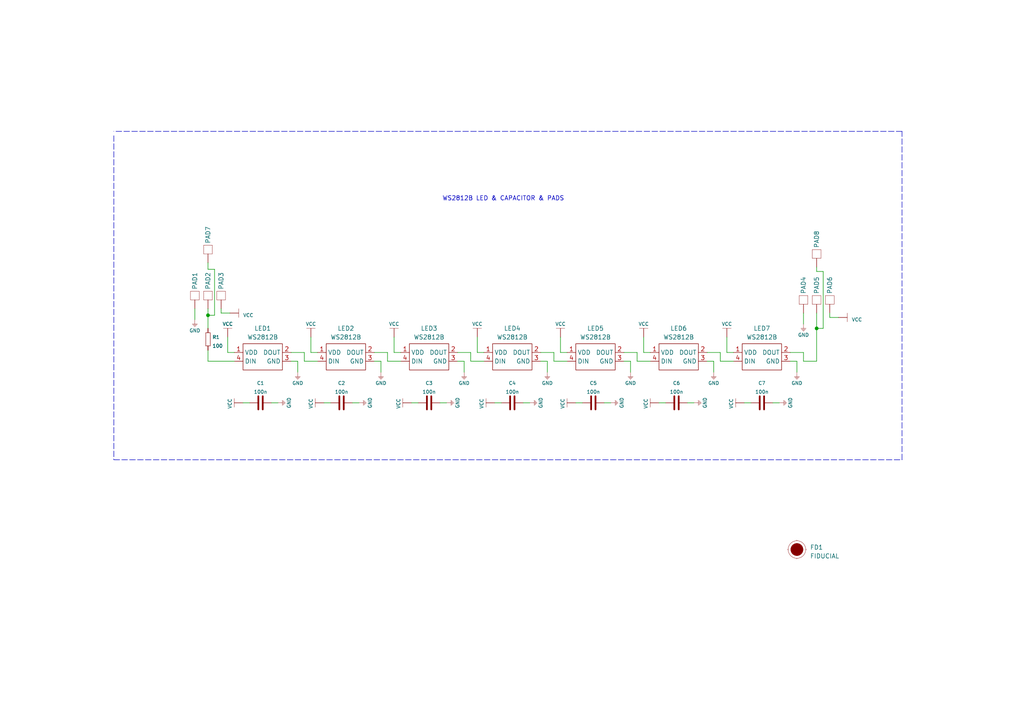
<source format=kicad_sch>
(kicad_sch (version 20210621) (generator eeschema)

  (uuid 25e546e1-a985-4f88-be34-40499372279d)

  (paper "A4")

  (title_block
    (title "WS2812B LED Ring7")
    (date "2021-07-26")
    (rev "v1.0.0.")
    (company "SOLDERED")
    (comment 1 "333055")
  )

  (lib_symbols
    (symbol "e-radionica.com schematics:0603C" (pin_numbers hide) (pin_names (offset 0.002)) (in_bom yes) (on_board yes)
      (property "Reference" "C" (id 0) (at -0.635 3.175 0)
        (effects (font (size 1 1)))
      )
      (property "Value" "0603C" (id 1) (at 0 -3.175 0)
        (effects (font (size 1 1)))
      )
      (property "Footprint" "e-radionica.com footprinti:0603C" (id 2) (at 0 0 0)
        (effects (font (size 1 1)) hide)
      )
      (property "Datasheet" "" (id 3) (at 0 0 0)
        (effects (font (size 1 1)) hide)
      )
      (symbol "0603C_0_1"
        (polyline
          (pts
            (xy -0.635 1.905)
            (xy -0.635 -1.905)
          )
          (stroke (width 0.5)) (fill (type none))
        )
        (polyline
          (pts
            (xy 0.635 1.905)
            (xy 0.635 -1.905)
          )
          (stroke (width 0.5)) (fill (type none))
        )
      )
      (symbol "0603C_1_1"
        (pin passive line (at -3.175 0 0) (length 2.54)
          (name "~" (effects (font (size 1.27 1.27))))
          (number "1" (effects (font (size 1.27 1.27))))
        )
        (pin passive line (at 3.175 0 180) (length 2.54)
          (name "~" (effects (font (size 1.27 1.27))))
          (number "2" (effects (font (size 1.27 1.27))))
        )
      )
    )
    (symbol "e-radionica.com schematics:0603R" (pin_numbers hide) (pin_names (offset 0.254)) (in_bom yes) (on_board yes)
      (property "Reference" "R" (id 0) (at -1.905 1.905 0)
        (effects (font (size 1 1)))
      )
      (property "Value" "0603R" (id 1) (at 0 -1.905 0)
        (effects (font (size 1 1)))
      )
      (property "Footprint" "e-radionica.com footprinti:0603R" (id 2) (at -0.635 1.905 0)
        (effects (font (size 1 1)) hide)
      )
      (property "Datasheet" "" (id 3) (at -0.635 1.905 0)
        (effects (font (size 1 1)) hide)
      )
      (symbol "0603R_0_1"
        (rectangle (start -1.905 -0.635) (end 1.905 -0.6604)
          (stroke (width 0.1)) (fill (type none))
        )
        (rectangle (start -1.905 0.635) (end -1.8796 -0.635)
          (stroke (width 0.1)) (fill (type none))
        )
        (rectangle (start -1.905 0.635) (end 1.905 0.6096)
          (stroke (width 0.1)) (fill (type none))
        )
        (rectangle (start 1.905 0.635) (end 1.9304 -0.635)
          (stroke (width 0.1)) (fill (type none))
        )
      )
      (symbol "0603R_1_1"
        (pin passive line (at -3.175 0 0) (length 1.27)
          (name "~" (effects (font (size 1.27 1.27))))
          (number "1" (effects (font (size 1.27 1.27))))
        )
        (pin passive line (at 3.175 0 180) (length 1.27)
          (name "~" (effects (font (size 1.27 1.27))))
          (number "2" (effects (font (size 1.27 1.27))))
        )
      )
    )
    (symbol "e-radionica.com schematics:FIDUCIAL" (in_bom no) (on_board yes)
      (property "Reference" "FD" (id 0) (at 0 3.81 0)
        (effects (font (size 1.27 1.27)))
      )
      (property "Value" "FIDUCIAL" (id 1) (at 0 -3.81 0)
        (effects (font (size 1.27 1.27)))
      )
      (property "Footprint" "e-radionica.com footprinti:FIDUCIAL_23" (id 2) (at 0.254 -5.334 0)
        (effects (font (size 1.27 1.27)) hide)
      )
      (property "Datasheet" "" (id 3) (at 0 0 0)
        (effects (font (size 1.27 1.27)) hide)
      )
      (symbol "FIDUCIAL_0_1"
        (circle (center 0 0) (radius 2.54) (stroke (width 0.0006)) (fill (type none)))
        (circle (center 0 0) (radius 1.7961) (stroke (width 0.001)) (fill (type outline)))
        (polyline
          (pts
            (xy -2.54 0)
            (xy -2.794 0)
          )
          (stroke (width 0.0006)) (fill (type none))
        )
        (polyline
          (pts
            (xy 0 -2.54)
            (xy 0 -2.794)
          )
          (stroke (width 0.0006)) (fill (type none))
        )
        (polyline
          (pts
            (xy 0 2.54)
            (xy 0 2.794)
          )
          (stroke (width 0.0006)) (fill (type none))
        )
        (polyline
          (pts
            (xy 2.54 0)
            (xy 2.794 0)
          )
          (stroke (width 0.0006)) (fill (type none))
        )
      )
    )
    (symbol "e-radionica.com schematics:GND" (power) (pin_names (offset 0)) (in_bom yes) (on_board yes)
      (property "Reference" "#PWR" (id 0) (at 4.445 0 0)
        (effects (font (size 1 1)) hide)
      )
      (property "Value" "GND" (id 1) (at 0 -2.921 0)
        (effects (font (size 1 1)))
      )
      (property "Footprint" "" (id 2) (at 4.445 3.81 0)
        (effects (font (size 1 1)) hide)
      )
      (property "Datasheet" "" (id 3) (at 4.445 3.81 0)
        (effects (font (size 1 1)) hide)
      )
      (property "ki_keywords" "power-flag" (id 4) (at 0 0 0)
        (effects (font (size 1.27 1.27)) hide)
      )
      (property "ki_description" "Power symbol creates a global label with name \"GND\"" (id 5) (at 0 0 0)
        (effects (font (size 1.27 1.27)) hide)
      )
      (symbol "GND_0_1"
        (polyline
          (pts
            (xy -0.762 -1.27)
            (xy 0.762 -1.27)
          )
          (stroke (width 0.0006)) (fill (type none))
        )
        (polyline
          (pts
            (xy -0.635 -1.524)
            (xy 0.635 -1.524)
          )
          (stroke (width 0.0006)) (fill (type none))
        )
        (polyline
          (pts
            (xy -0.381 -1.778)
            (xy 0.381 -1.778)
          )
          (stroke (width 0.0006)) (fill (type none))
        )
        (polyline
          (pts
            (xy -0.127 -2.032)
            (xy 0.127 -2.032)
          )
          (stroke (width 0.0006)) (fill (type none))
        )
        (polyline
          (pts
            (xy 0 0)
            (xy 0 -1.27)
          )
          (stroke (width 0.0006)) (fill (type none))
        )
      )
      (symbol "GND_1_1"
        (pin power_in line (at 0 0 270) (length 0) hide
          (name "GND" (effects (font (size 1.27 1.27))))
          (number "1" (effects (font (size 1.27 1.27))))
        )
      )
    )
    (symbol "e-radionica.com schematics:PAD_2x1.5" (pin_numbers hide) (pin_names hide) (in_bom yes) (on_board yes)
      (property "Reference" "PAD" (id 0) (at 0 2.54 0)
        (effects (font (size 1.27 1.27)))
      )
      (property "Value" "PAD_2x1.5" (id 1) (at 0 -2.54 0)
        (effects (font (size 1.27 1.27)))
      )
      (property "Footprint" "e-radionica.com footprinti:PAD_2x1.5" (id 2) (at -1.27 -3.81 0)
        (effects (font (size 1.27 1.27)) hide)
      )
      (property "Datasheet" "" (id 3) (at -1.27 0 0)
        (effects (font (size 1.27 1.27)) hide)
      )
      (symbol "PAD_2x1.5_0_1"
        (rectangle (start -1.27 1.27) (end 1.27 -1.27)
          (stroke (width 0.0006)) (fill (type none))
        )
      )
      (symbol "PAD_2x1.5_1_1"
        (pin passive line (at -3.81 0 0) (length 2.54)
          (name "~" (effects (font (size 1.27 1.27))))
          (number "1" (effects (font (size 1.27 1.27))))
        )
      )
    )
    (symbol "e-radionica.com schematics:VCC" (power) (pin_names (offset 0)) (in_bom yes) (on_board yes)
      (property "Reference" "#PWR" (id 0) (at 4.445 0 0)
        (effects (font (size 1 1)) hide)
      )
      (property "Value" "VCC" (id 1) (at 0 3.556 0)
        (effects (font (size 1 1)))
      )
      (property "Footprint" "" (id 2) (at 4.445 3.81 0)
        (effects (font (size 1 1)) hide)
      )
      (property "Datasheet" "" (id 3) (at 4.445 3.81 0)
        (effects (font (size 1 1)) hide)
      )
      (property "ki_keywords" "power-flag" (id 4) (at 0 0 0)
        (effects (font (size 1.27 1.27)) hide)
      )
      (property "ki_description" "Power symbol creates a global label with name \"VCC\"" (id 5) (at 0 0 0)
        (effects (font (size 1.27 1.27)) hide)
      )
      (symbol "VCC_0_1"
        (polyline
          (pts
            (xy -1.27 2.54)
            (xy 1.27 2.54)
          )
          (stroke (width 0.0006)) (fill (type none))
        )
        (polyline
          (pts
            (xy 0 0)
            (xy 0 2.54)
          )
          (stroke (width 0)) (fill (type none))
        )
      )
      (symbol "VCC_1_1"
        (pin power_in line (at 0 0 90) (length 0) hide
          (name "VCC" (effects (font (size 1.27 1.27))))
          (number "1" (effects (font (size 1.27 1.27))))
        )
      )
    )
    (symbol "e-radionica.com schematics:WS2812B" (in_bom yes) (on_board yes)
      (property "Reference" "LED?" (id 0) (at 2.54 5.08 0)
        (effects (font (size 1.27 1.27)))
      )
      (property "Value" "WS2812B" (id 1) (at 1.27 -5.08 0)
        (effects (font (size 1.27 1.27)))
      )
      (property "Footprint" "e-radionica.com footprinti:WS2812B LED" (id 2) (at 1.27 -8.89 0)
        (effects (font (size 1.27 1.27)) hide)
      )
      (property "Datasheet" "" (id 3) (at 1.27 -8.89 0)
        (effects (font (size 1.27 1.27)) hide)
      )
      (symbol "WS2812B_0_1"
        (polyline
          (pts
            (xy -5.08 3.81)
            (xy 6.35 3.81)
            (xy 6.35 -3.81)
            (xy -5.08 -3.81)
            (xy -5.08 3.81)
          )
          (stroke (width 0.1524)) (fill (type none))
        )
      )
      (symbol "WS2812B_1_1"
        (pin input line (at -7.62 1.27 0) (length 2.54)
          (name "VDD" (effects (font (size 1.27 1.27))))
          (number "1" (effects (font (size 1.27 1.27))))
        )
        (pin input line (at 8.89 1.27 180) (length 2.54)
          (name "DOUT" (effects (font (size 1.27 1.27))))
          (number "2" (effects (font (size 1.27 1.27))))
        )
        (pin input line (at 8.89 -1.27 180) (length 2.54)
          (name "GND" (effects (font (size 1.27 1.27))))
          (number "3" (effects (font (size 1.27 1.27))))
        )
        (pin input line (at -7.62 -1.27 0) (length 2.54)
          (name "DIN" (effects (font (size 1.27 1.27))))
          (number "4" (effects (font (size 1.27 1.27))))
        )
      )
    )
  )

  (junction (at 60.325 91.44) (diameter 0.9144) (color 0 0 0 0))
  (junction (at 236.855 95.25) (diameter 0.9144) (color 0 0 0 0))

  (wire (pts (xy 56.515 89.535) (xy 56.515 92.71))
    (stroke (width 0) (type solid) (color 0 0 0 0))
    (uuid c45bd5e8-6c78-43c2-9bbb-5cc57954d2da)
  )
  (wire (pts (xy 60.325 76.2) (xy 60.325 78.105))
    (stroke (width 0) (type solid) (color 0 0 0 0))
    (uuid bc02871c-be0f-4ef4-87c0-bdbe7a80f7fe)
  )
  (wire (pts (xy 60.325 78.105) (xy 62.23 78.105))
    (stroke (width 0) (type solid) (color 0 0 0 0))
    (uuid bc02871c-be0f-4ef4-87c0-bdbe7a80f7fe)
  )
  (wire (pts (xy 60.325 89.535) (xy 60.325 91.44))
    (stroke (width 0) (type solid) (color 0 0 0 0))
    (uuid b8495cad-c58c-4cc5-be96-10f62d3d7444)
  )
  (wire (pts (xy 60.325 91.44) (xy 60.325 95.25))
    (stroke (width 0) (type solid) (color 0 0 0 0))
    (uuid b8495cad-c58c-4cc5-be96-10f62d3d7444)
  )
  (wire (pts (xy 60.325 101.6) (xy 60.325 104.775))
    (stroke (width 0) (type solid) (color 0 0 0 0))
    (uuid dc5f1b5c-3464-4e80-8b26-e9bacc0fd347)
  )
  (wire (pts (xy 60.325 104.775) (xy 67.945 104.775))
    (stroke (width 0) (type solid) (color 0 0 0 0))
    (uuid dc5f1b5c-3464-4e80-8b26-e9bacc0fd347)
  )
  (wire (pts (xy 62.23 78.105) (xy 62.23 91.44))
    (stroke (width 0) (type solid) (color 0 0 0 0))
    (uuid bc02871c-be0f-4ef4-87c0-bdbe7a80f7fe)
  )
  (wire (pts (xy 62.23 91.44) (xy 60.325 91.44))
    (stroke (width 0) (type solid) (color 0 0 0 0))
    (uuid bc02871c-be0f-4ef4-87c0-bdbe7a80f7fe)
  )
  (wire (pts (xy 64.135 89.535) (xy 64.135 90.805))
    (stroke (width 0) (type solid) (color 0 0 0 0))
    (uuid 13d8c093-8317-4469-a5fd-6d2cdddbbc1b)
  )
  (wire (pts (xy 64.135 90.805) (xy 66.675 90.805))
    (stroke (width 0) (type solid) (color 0 0 0 0))
    (uuid 13d8c093-8317-4469-a5fd-6d2cdddbbc1b)
  )
  (wire (pts (xy 66.04 97.79) (xy 66.04 102.235))
    (stroke (width 0) (type solid) (color 0 0 0 0))
    (uuid e3675d4e-e7c9-4749-8966-4a7ae0d9c7f5)
  )
  (wire (pts (xy 67.945 102.235) (xy 66.04 102.235))
    (stroke (width 0) (type solid) (color 0 0 0 0))
    (uuid e3675d4e-e7c9-4749-8966-4a7ae0d9c7f5)
  )
  (wire (pts (xy 70.485 116.84) (xy 72.39 116.84))
    (stroke (width 0) (type solid) (color 0 0 0 0))
    (uuid 9288ce86-1f03-45ec-b81f-5f2a0da58038)
  )
  (wire (pts (xy 78.74 116.84) (xy 80.645 116.84))
    (stroke (width 0) (type solid) (color 0 0 0 0))
    (uuid 6e933b3f-d318-478f-832a-0c24555d003b)
  )
  (wire (pts (xy 84.455 102.235) (xy 88.265 102.235))
    (stroke (width 0) (type solid) (color 0 0 0 0))
    (uuid f4acc565-bd77-4023-b5e1-4cf117ecc7fc)
  )
  (wire (pts (xy 84.455 104.775) (xy 86.36 104.775))
    (stroke (width 0) (type solid) (color 0 0 0 0))
    (uuid bc5d0294-a18d-4c1c-bac4-ccc096dce471)
  )
  (wire (pts (xy 86.36 104.775) (xy 86.36 107.95))
    (stroke (width 0) (type solid) (color 0 0 0 0))
    (uuid bc5d0294-a18d-4c1c-bac4-ccc096dce471)
  )
  (wire (pts (xy 88.265 102.235) (xy 88.265 104.775))
    (stroke (width 0) (type solid) (color 0 0 0 0))
    (uuid f4acc565-bd77-4023-b5e1-4cf117ecc7fc)
  )
  (wire (pts (xy 88.265 104.775) (xy 92.075 104.775))
    (stroke (width 0) (type solid) (color 0 0 0 0))
    (uuid f4acc565-bd77-4023-b5e1-4cf117ecc7fc)
  )
  (wire (pts (xy 90.17 97.79) (xy 90.17 102.235))
    (stroke (width 0) (type solid) (color 0 0 0 0))
    (uuid 0d722258-962f-428b-9cf1-a05b2a04527f)
  )
  (wire (pts (xy 92.075 102.235) (xy 90.17 102.235))
    (stroke (width 0) (type solid) (color 0 0 0 0))
    (uuid 1f92231c-172f-47de-9b31-27b200fc9aa6)
  )
  (wire (pts (xy 93.98 116.84) (xy 95.885 116.84))
    (stroke (width 0) (type solid) (color 0 0 0 0))
    (uuid 998129b0-4562-4e07-b54f-592fe4054111)
  )
  (wire (pts (xy 102.235 116.84) (xy 104.14 116.84))
    (stroke (width 0) (type solid) (color 0 0 0 0))
    (uuid 9710960f-95fd-4876-b64f-671e27d86f87)
  )
  (wire (pts (xy 108.585 102.235) (xy 112.395 102.235))
    (stroke (width 0) (type solid) (color 0 0 0 0))
    (uuid f8f2ab57-d9fa-4daa-8128-9e8fd824cfc5)
  )
  (wire (pts (xy 108.585 104.775) (xy 110.49 104.775))
    (stroke (width 0) (type solid) (color 0 0 0 0))
    (uuid f18581f0-8483-49f5-9e57-15d53e1641cc)
  )
  (wire (pts (xy 110.49 104.775) (xy 110.49 107.95))
    (stroke (width 0) (type solid) (color 0 0 0 0))
    (uuid f835d3fb-6878-4461-a942-998b698c0fe6)
  )
  (wire (pts (xy 112.395 102.235) (xy 112.395 104.775))
    (stroke (width 0) (type solid) (color 0 0 0 0))
    (uuid 1eb847af-05df-4bea-b8ed-a160c42de6ad)
  )
  (wire (pts (xy 112.395 104.775) (xy 116.205 104.775))
    (stroke (width 0) (type solid) (color 0 0 0 0))
    (uuid 3cd6ba57-bfb7-4981-8b32-0ac3649a7dd4)
  )
  (wire (pts (xy 114.3 97.79) (xy 114.3 102.235))
    (stroke (width 0) (type solid) (color 0 0 0 0))
    (uuid a4c07f5c-0e9d-451b-903a-c665e34b24f2)
  )
  (wire (pts (xy 116.205 102.235) (xy 114.3 102.235))
    (stroke (width 0) (type solid) (color 0 0 0 0))
    (uuid 2fd88cee-cf12-4234-bf70-5ae090e33b3c)
  )
  (wire (pts (xy 119.38 116.84) (xy 121.285 116.84))
    (stroke (width 0) (type solid) (color 0 0 0 0))
    (uuid 48cd9fb8-e2f7-4d73-8b61-c49c76827bac)
  )
  (wire (pts (xy 127.635 116.84) (xy 129.54 116.84))
    (stroke (width 0) (type solid) (color 0 0 0 0))
    (uuid 8a2cd5ec-afb5-4dd0-bc31-85584485cb60)
  )
  (wire (pts (xy 132.715 102.235) (xy 136.525 102.235))
    (stroke (width 0) (type solid) (color 0 0 0 0))
    (uuid fe7d01c3-77a8-43ee-97e0-8832c814898e)
  )
  (wire (pts (xy 132.715 104.775) (xy 134.62 104.775))
    (stroke (width 0) (type solid) (color 0 0 0 0))
    (uuid 969388e5-6a2e-4daa-aa39-939ae4d88a12)
  )
  (wire (pts (xy 134.62 104.775) (xy 134.62 107.95))
    (stroke (width 0) (type solid) (color 0 0 0 0))
    (uuid 310e850c-3d43-467d-871f-77230e9a4c27)
  )
  (wire (pts (xy 136.525 102.235) (xy 136.525 104.775))
    (stroke (width 0) (type solid) (color 0 0 0 0))
    (uuid 2d9528c5-37e7-45d4-849e-886951e2770e)
  )
  (wire (pts (xy 136.525 104.775) (xy 140.335 104.775))
    (stroke (width 0) (type solid) (color 0 0 0 0))
    (uuid b12dab3d-1069-4c72-b052-39f87db0d675)
  )
  (wire (pts (xy 138.43 97.79) (xy 138.43 102.235))
    (stroke (width 0) (type solid) (color 0 0 0 0))
    (uuid 805ce536-38b3-465d-a6da-aee087b866ea)
  )
  (wire (pts (xy 140.335 102.235) (xy 138.43 102.235))
    (stroke (width 0) (type solid) (color 0 0 0 0))
    (uuid 3d0523c7-4eaf-41fc-96f1-9228d00ac879)
  )
  (wire (pts (xy 143.51 116.84) (xy 145.415 116.84))
    (stroke (width 0) (type solid) (color 0 0 0 0))
    (uuid 19a02ba9-a9f8-474d-bf72-87dbf6882c9a)
  )
  (wire (pts (xy 151.765 116.84) (xy 153.67 116.84))
    (stroke (width 0) (type solid) (color 0 0 0 0))
    (uuid a0a3ec31-ab23-4495-a0a9-20f5f0d4bd06)
  )
  (wire (pts (xy 156.845 102.235) (xy 160.655 102.235))
    (stroke (width 0) (type solid) (color 0 0 0 0))
    (uuid 0e5a41d0-0eba-41e2-97bc-f1f127792b46)
  )
  (wire (pts (xy 156.845 104.775) (xy 158.75 104.775))
    (stroke (width 0) (type solid) (color 0 0 0 0))
    (uuid 1a4b786b-502b-40bd-9c18-d10cac4eeba2)
  )
  (wire (pts (xy 158.75 104.775) (xy 158.75 107.95))
    (stroke (width 0) (type solid) (color 0 0 0 0))
    (uuid 6e12aa60-44da-4eb1-b16d-4a5cb97c2e07)
  )
  (wire (pts (xy 160.655 102.235) (xy 160.655 104.775))
    (stroke (width 0) (type solid) (color 0 0 0 0))
    (uuid 0a2c5e91-aee9-44e9-b447-3b35387d8ff6)
  )
  (wire (pts (xy 160.655 104.775) (xy 164.465 104.775))
    (stroke (width 0) (type solid) (color 0 0 0 0))
    (uuid d9ec3a20-c04b-4b46-94f5-e0bf33aa578a)
  )
  (wire (pts (xy 162.56 97.79) (xy 162.56 102.235))
    (stroke (width 0) (type solid) (color 0 0 0 0))
    (uuid 27f59910-b4f9-4e9f-a383-da8db02db81b)
  )
  (wire (pts (xy 164.465 102.235) (xy 162.56 102.235))
    (stroke (width 0) (type solid) (color 0 0 0 0))
    (uuid 44c20a3e-3262-41bf-bc1a-1f9e29388971)
  )
  (wire (pts (xy 167.005 116.84) (xy 168.91 116.84))
    (stroke (width 0) (type solid) (color 0 0 0 0))
    (uuid 20dba83e-7100-43d5-b1a7-fbec56bde5f1)
  )
  (wire (pts (xy 175.26 116.84) (xy 177.165 116.84))
    (stroke (width 0) (type solid) (color 0 0 0 0))
    (uuid 7ddcf036-8c5e-40c5-8abe-f8f7e903d207)
  )
  (wire (pts (xy 180.975 102.235) (xy 184.785 102.235))
    (stroke (width 0) (type solid) (color 0 0 0 0))
    (uuid 09db198b-fc2d-437a-aa90-a22c4443f79d)
  )
  (wire (pts (xy 180.975 104.775) (xy 182.88 104.775))
    (stroke (width 0) (type solid) (color 0 0 0 0))
    (uuid 4e9bdf3f-0903-4fa7-9e66-eb29ea61b50b)
  )
  (wire (pts (xy 182.88 104.775) (xy 182.88 107.95))
    (stroke (width 0) (type solid) (color 0 0 0 0))
    (uuid 3c94a8bc-05a9-49a4-a430-2b7976f519bb)
  )
  (wire (pts (xy 184.785 102.235) (xy 184.785 104.775))
    (stroke (width 0) (type solid) (color 0 0 0 0))
    (uuid 318a3970-1b25-4558-ba0e-02b91de83e5f)
  )
  (wire (pts (xy 184.785 104.775) (xy 188.595 104.775))
    (stroke (width 0) (type solid) (color 0 0 0 0))
    (uuid d988248d-d719-4a7e-9b7f-b94aa67f4ba0)
  )
  (wire (pts (xy 186.69 97.79) (xy 186.69 102.235))
    (stroke (width 0) (type solid) (color 0 0 0 0))
    (uuid 7b483bf7-c5b0-4d4b-bd5e-6068d62a5264)
  )
  (wire (pts (xy 188.595 102.235) (xy 186.69 102.235))
    (stroke (width 0) (type solid) (color 0 0 0 0))
    (uuid 1a113027-28f6-43fb-bde4-7a30c7f21f7d)
  )
  (wire (pts (xy 191.135 116.84) (xy 193.04 116.84))
    (stroke (width 0) (type solid) (color 0 0 0 0))
    (uuid 39a3b792-843d-4184-9c5c-f189d03aa10d)
  )
  (wire (pts (xy 199.39 116.84) (xy 201.295 116.84))
    (stroke (width 0) (type solid) (color 0 0 0 0))
    (uuid 4d7fb855-fed4-4040-9515-7b284f6de82f)
  )
  (wire (pts (xy 205.105 102.235) (xy 208.915 102.235))
    (stroke (width 0) (type solid) (color 0 0 0 0))
    (uuid ecb1b1ec-3823-4c9d-a45a-5a565495f8a7)
  )
  (wire (pts (xy 205.105 104.775) (xy 207.01 104.775))
    (stroke (width 0) (type solid) (color 0 0 0 0))
    (uuid 55db07c5-4573-4dd9-9e3b-9508eb739c10)
  )
  (wire (pts (xy 207.01 104.775) (xy 207.01 107.95))
    (stroke (width 0) (type solid) (color 0 0 0 0))
    (uuid dc10deff-a714-45dc-8d20-07eddc966478)
  )
  (wire (pts (xy 208.915 102.235) (xy 208.915 104.775))
    (stroke (width 0) (type solid) (color 0 0 0 0))
    (uuid 03f0db48-54ab-4e40-a40b-ef8ae62d44bb)
  )
  (wire (pts (xy 208.915 104.775) (xy 212.725 104.775))
    (stroke (width 0) (type solid) (color 0 0 0 0))
    (uuid b9793e78-bfaa-4c4a-bb0f-9f79bf46afd4)
  )
  (wire (pts (xy 210.82 97.79) (xy 210.82 102.235))
    (stroke (width 0) (type solid) (color 0 0 0 0))
    (uuid 2fd892ea-694f-460d-8c4e-67e0f6499958)
  )
  (wire (pts (xy 212.725 102.235) (xy 210.82 102.235))
    (stroke (width 0) (type solid) (color 0 0 0 0))
    (uuid fef8b41d-37d4-403b-929b-952a0e8337db)
  )
  (wire (pts (xy 215.9 116.84) (xy 217.805 116.84))
    (stroke (width 0) (type solid) (color 0 0 0 0))
    (uuid fea702e2-35a5-4e57-a557-98c9b653fff6)
  )
  (wire (pts (xy 224.155 116.84) (xy 226.06 116.84))
    (stroke (width 0) (type solid) (color 0 0 0 0))
    (uuid d2303127-9fe7-4110-a205-504347be0b53)
  )
  (wire (pts (xy 229.235 102.235) (xy 233.045 102.235))
    (stroke (width 0) (type solid) (color 0 0 0 0))
    (uuid 613865a0-51c6-455a-9919-b587303df36d)
  )
  (wire (pts (xy 229.235 104.775) (xy 231.14 104.775))
    (stroke (width 0) (type solid) (color 0 0 0 0))
    (uuid c822a6ab-9042-4068-a159-08b60ab88a2c)
  )
  (wire (pts (xy 231.14 104.775) (xy 231.14 107.95))
    (stroke (width 0) (type solid) (color 0 0 0 0))
    (uuid 28c32689-be4c-4ab9-becf-6716ccdb81ce)
  )
  (wire (pts (xy 233.045 90.805) (xy 233.045 93.98))
    (stroke (width 0) (type solid) (color 0 0 0 0))
    (uuid 36e9d64e-8d67-4e51-92b9-71a7df635a84)
  )
  (wire (pts (xy 233.045 102.235) (xy 233.045 104.775))
    (stroke (width 0) (type solid) (color 0 0 0 0))
    (uuid 2796ea78-c8a7-4b87-90bc-a3eb644ea3be)
  )
  (wire (pts (xy 233.045 104.775) (xy 236.855 104.775))
    (stroke (width 0) (type solid) (color 0 0 0 0))
    (uuid 8f9bef59-7b9d-4e93-ba43-a0e027a77b77)
  )
  (wire (pts (xy 236.855 77.47) (xy 236.855 78.74))
    (stroke (width 0) (type solid) (color 0 0 0 0))
    (uuid ed0b8833-eb6e-4d8f-9fcb-1a094972841b)
  )
  (wire (pts (xy 236.855 78.74) (xy 238.76 78.74))
    (stroke (width 0) (type solid) (color 0 0 0 0))
    (uuid ed0b8833-eb6e-4d8f-9fcb-1a094972841b)
  )
  (wire (pts (xy 236.855 90.805) (xy 236.855 95.25))
    (stroke (width 0) (type solid) (color 0 0 0 0))
    (uuid bd783540-876c-4ca7-b94c-df506bade6a7)
  )
  (wire (pts (xy 236.855 95.25) (xy 236.855 104.775))
    (stroke (width 0) (type solid) (color 0 0 0 0))
    (uuid bd783540-876c-4ca7-b94c-df506bade6a7)
  )
  (wire (pts (xy 238.76 78.74) (xy 238.76 95.25))
    (stroke (width 0) (type solid) (color 0 0 0 0))
    (uuid ed0b8833-eb6e-4d8f-9fcb-1a094972841b)
  )
  (wire (pts (xy 238.76 95.25) (xy 236.855 95.25))
    (stroke (width 0) (type solid) (color 0 0 0 0))
    (uuid ed0b8833-eb6e-4d8f-9fcb-1a094972841b)
  )
  (wire (pts (xy 240.665 90.805) (xy 240.665 92.075))
    (stroke (width 0) (type solid) (color 0 0 0 0))
    (uuid d71c8efd-94ff-4905-a3d4-9c7ed9ada62c)
  )
  (wire (pts (xy 240.665 92.075) (xy 243.205 92.075))
    (stroke (width 0) (type solid) (color 0 0 0 0))
    (uuid 9877792c-792e-4f1a-bc6f-cf5f32d9f502)
  )
  (polyline (pts (xy 33.02 39.37) (xy 33.02 133.35))
    (stroke (width 0) (type dash) (color 0 0 0 0))
    (uuid d90abf4d-8397-46d1-b392-217f55f874e3)
  )
  (polyline (pts (xy 33.02 133.35) (xy 261.62 133.35))
    (stroke (width 0) (type dash) (color 0 0 0 0))
    (uuid d90abf4d-8397-46d1-b392-217f55f874e3)
  )
  (polyline (pts (xy 261.62 38.1) (xy 33.02 38.1))
    (stroke (width 0) (type dash) (color 0 0 0 0))
    (uuid d90abf4d-8397-46d1-b392-217f55f874e3)
  )
  (polyline (pts (xy 261.62 133.35) (xy 261.62 38.1))
    (stroke (width 0) (type dash) (color 0 0 0 0))
    (uuid d90abf4d-8397-46d1-b392-217f55f874e3)
  )

  (text "WS2812B LED & CAPACITOR & PADS" (at 128.27 58.42 0)
    (effects (font (size 1.27 1.27)) (justify left bottom))
    (uuid d1251295-6582-4946-9ab7-5add18dae4dd)
  )

  (symbol (lib_id "e-radionica.com schematics:GND") (at 56.515 92.71 0) (mirror y) (unit 1)
    (in_bom yes) (on_board yes)
    (uuid 01623b28-763b-4024-90cd-b5c3c1ddd528)
    (property "Reference" "#PWR0144" (id 0) (at 52.07 92.71 0)
      (effects (font (size 1 1)) hide)
    )
    (property "Value" "GND" (id 1) (at 56.515 95.885 0)
      (effects (font (size 1 1)))
    )
    (property "Footprint" "" (id 2) (at 52.07 88.9 0)
      (effects (font (size 1 1)) hide)
    )
    (property "Datasheet" "" (id 3) (at 52.07 88.9 0)
      (effects (font (size 1 1)) hide)
    )
    (pin "1" (uuid 2ff94de9-feb8-4841-a301-6b3ce98eeba6))
  )

  (symbol (lib_id "e-radionica.com schematics:GND") (at 80.645 116.84 90) (unit 1)
    (in_bom yes) (on_board yes)
    (uuid 3a494e15-f3be-4b6a-ae78-19dab1cffa4e)
    (property "Reference" "#PWR0126" (id 0) (at 80.645 112.395 0)
      (effects (font (size 1 1)) hide)
    )
    (property "Value" "GND" (id 1) (at 83.82 116.84 0)
      (effects (font (size 1 1)))
    )
    (property "Footprint" "" (id 2) (at 76.835 112.395 0)
      (effects (font (size 1 1)) hide)
    )
    (property "Datasheet" "" (id 3) (at 76.835 112.395 0)
      (effects (font (size 1 1)) hide)
    )
    (pin "1" (uuid c5263a23-2bc4-4b34-ab52-e0cbbb953add))
  )

  (symbol (lib_id "e-radionica.com schematics:GND") (at 86.36 107.95 0) (unit 1)
    (in_bom yes) (on_board yes)
    (uuid 4553990a-b354-4e13-83fb-d51b701e07a5)
    (property "Reference" "#PWR0123" (id 0) (at 90.805 107.95 0)
      (effects (font (size 1 1)) hide)
    )
    (property "Value" "GND" (id 1) (at 86.36 111.125 0)
      (effects (font (size 1 1)))
    )
    (property "Footprint" "" (id 2) (at 90.805 104.14 0)
      (effects (font (size 1 1)) hide)
    )
    (property "Datasheet" "" (id 3) (at 90.805 104.14 0)
      (effects (font (size 1 1)) hide)
    )
    (pin "1" (uuid 8b1676ac-ce41-4897-8293-50f7aa08265c))
  )

  (symbol (lib_id "e-radionica.com schematics:GND") (at 104.14 116.84 90) (unit 1)
    (in_bom yes) (on_board yes)
    (uuid cb731821-b43f-4c8f-9007-76518dd032ca)
    (property "Reference" "#PWR0111" (id 0) (at 104.14 112.395 0)
      (effects (font (size 1 1)) hide)
    )
    (property "Value" "GND" (id 1) (at 107.315 116.84 0)
      (effects (font (size 1 1)))
    )
    (property "Footprint" "" (id 2) (at 100.33 112.395 0)
      (effects (font (size 1 1)) hide)
    )
    (property "Datasheet" "" (id 3) (at 100.33 112.395 0)
      (effects (font (size 1 1)) hide)
    )
    (pin "1" (uuid b95399f4-78d7-47d6-9970-11309aeb7ba2))
  )

  (symbol (lib_id "e-radionica.com schematics:GND") (at 110.49 107.95 0) (unit 1)
    (in_bom yes) (on_board yes)
    (uuid 6273c8c3-23e5-426e-8fad-d2d72f3e7bac)
    (property "Reference" "#PWR0113" (id 0) (at 114.935 107.95 0)
      (effects (font (size 1 1)) hide)
    )
    (property "Value" "GND" (id 1) (at 110.49 111.125 0)
      (effects (font (size 1 1)))
    )
    (property "Footprint" "" (id 2) (at 114.935 104.14 0)
      (effects (font (size 1 1)) hide)
    )
    (property "Datasheet" "" (id 3) (at 114.935 104.14 0)
      (effects (font (size 1 1)) hide)
    )
    (pin "1" (uuid 11cc09bf-3575-4c88-9255-f7bf8f0b3e3e))
  )

  (symbol (lib_id "e-radionica.com schematics:GND") (at 129.54 116.84 90) (unit 1)
    (in_bom yes) (on_board yes)
    (uuid 3fbcb652-fba5-489a-bdf5-0e166bb51aaf)
    (property "Reference" "#PWR0114" (id 0) (at 129.54 112.395 0)
      (effects (font (size 1 1)) hide)
    )
    (property "Value" "GND" (id 1) (at 132.715 116.84 0)
      (effects (font (size 1 1)))
    )
    (property "Footprint" "" (id 2) (at 125.73 112.395 0)
      (effects (font (size 1 1)) hide)
    )
    (property "Datasheet" "" (id 3) (at 125.73 112.395 0)
      (effects (font (size 1 1)) hide)
    )
    (pin "1" (uuid baf3d0c7-6063-44ad-a61c-05bfc11583b0))
  )

  (symbol (lib_id "e-radionica.com schematics:GND") (at 134.62 107.95 0) (unit 1)
    (in_bom yes) (on_board yes)
    (uuid f0b368f4-0479-461e-b005-c9e3a4d024e6)
    (property "Reference" "#PWR0108" (id 0) (at 139.065 107.95 0)
      (effects (font (size 1 1)) hide)
    )
    (property "Value" "GND" (id 1) (at 134.62 111.125 0)
      (effects (font (size 1 1)))
    )
    (property "Footprint" "" (id 2) (at 139.065 104.14 0)
      (effects (font (size 1 1)) hide)
    )
    (property "Datasheet" "" (id 3) (at 139.065 104.14 0)
      (effects (font (size 1 1)) hide)
    )
    (pin "1" (uuid 13090157-3edf-4e54-b8a1-092e8c4458a4))
  )

  (symbol (lib_id "e-radionica.com schematics:GND") (at 153.67 116.84 90) (unit 1)
    (in_bom yes) (on_board yes)
    (uuid f5e0d329-01d6-484e-af78-775fa5ebb109)
    (property "Reference" "#PWR0119" (id 0) (at 153.67 112.395 0)
      (effects (font (size 1 1)) hide)
    )
    (property "Value" "GND" (id 1) (at 156.845 116.84 0)
      (effects (font (size 1 1)))
    )
    (property "Footprint" "" (id 2) (at 149.86 112.395 0)
      (effects (font (size 1 1)) hide)
    )
    (property "Datasheet" "" (id 3) (at 149.86 112.395 0)
      (effects (font (size 1 1)) hide)
    )
    (pin "1" (uuid f29056f2-dad3-4773-84a5-092935fb2cbe))
  )

  (symbol (lib_id "e-radionica.com schematics:GND") (at 158.75 107.95 0) (unit 1)
    (in_bom yes) (on_board yes)
    (uuid 884f496f-3d42-4747-b405-67664eda3d1c)
    (property "Reference" "#PWR0116" (id 0) (at 163.195 107.95 0)
      (effects (font (size 1 1)) hide)
    )
    (property "Value" "GND" (id 1) (at 158.75 111.125 0)
      (effects (font (size 1 1)))
    )
    (property "Footprint" "" (id 2) (at 163.195 104.14 0)
      (effects (font (size 1 1)) hide)
    )
    (property "Datasheet" "" (id 3) (at 163.195 104.14 0)
      (effects (font (size 1 1)) hide)
    )
    (pin "1" (uuid 46a22989-a08d-48e5-ad01-2d29b5bc58c7))
  )

  (symbol (lib_id "e-radionica.com schematics:GND") (at 177.165 116.84 90) (unit 1)
    (in_bom yes) (on_board yes)
    (uuid 95c40583-0506-43bf-91dd-59d881d603e4)
    (property "Reference" "#PWR0131" (id 0) (at 177.165 112.395 0)
      (effects (font (size 1 1)) hide)
    )
    (property "Value" "GND" (id 1) (at 180.34 116.84 0)
      (effects (font (size 1 1)))
    )
    (property "Footprint" "" (id 2) (at 173.355 112.395 0)
      (effects (font (size 1 1)) hide)
    )
    (property "Datasheet" "" (id 3) (at 173.355 112.395 0)
      (effects (font (size 1 1)) hide)
    )
    (pin "1" (uuid 7853cad7-a8ab-4dfd-8a3c-2d36990d5478))
  )

  (symbol (lib_id "e-radionica.com schematics:GND") (at 182.88 107.95 0) (unit 1)
    (in_bom yes) (on_board yes)
    (uuid 9d2d6418-216b-4929-99b7-de188ff22772)
    (property "Reference" "#PWR0130" (id 0) (at 187.325 107.95 0)
      (effects (font (size 1 1)) hide)
    )
    (property "Value" "GND" (id 1) (at 182.88 111.125 0)
      (effects (font (size 1 1)))
    )
    (property "Footprint" "" (id 2) (at 187.325 104.14 0)
      (effects (font (size 1 1)) hide)
    )
    (property "Datasheet" "" (id 3) (at 187.325 104.14 0)
      (effects (font (size 1 1)) hide)
    )
    (pin "1" (uuid 78f206a0-8897-492d-b4f6-c91b1ca64c6e))
  )

  (symbol (lib_id "e-radionica.com schematics:GND") (at 201.295 116.84 90) (unit 1)
    (in_bom yes) (on_board yes)
    (uuid f82e9ef6-1f10-42a2-8074-b93d5a97b58f)
    (property "Reference" "#PWR0128" (id 0) (at 201.295 112.395 0)
      (effects (font (size 1 1)) hide)
    )
    (property "Value" "GND" (id 1) (at 204.47 116.84 0)
      (effects (font (size 1 1)))
    )
    (property "Footprint" "" (id 2) (at 197.485 112.395 0)
      (effects (font (size 1 1)) hide)
    )
    (property "Datasheet" "" (id 3) (at 197.485 112.395 0)
      (effects (font (size 1 1)) hide)
    )
    (pin "1" (uuid c7463458-da2d-4d56-b220-a2c95b86ebcd))
  )

  (symbol (lib_id "e-radionica.com schematics:GND") (at 207.01 107.95 0) (unit 1)
    (in_bom yes) (on_board yes)
    (uuid b2523386-ac0a-4b7f-bafc-5772c9f3ee1e)
    (property "Reference" "#PWR0127" (id 0) (at 211.455 107.95 0)
      (effects (font (size 1 1)) hide)
    )
    (property "Value" "GND" (id 1) (at 207.01 111.125 0)
      (effects (font (size 1 1)))
    )
    (property "Footprint" "" (id 2) (at 211.455 104.14 0)
      (effects (font (size 1 1)) hide)
    )
    (property "Datasheet" "" (id 3) (at 211.455 104.14 0)
      (effects (font (size 1 1)) hide)
    )
    (pin "1" (uuid e3e7cdae-0ed4-4e8d-b056-ae60b74bc0b6))
  )

  (symbol (lib_id "e-radionica.com schematics:GND") (at 226.06 116.84 90) (unit 1)
    (in_bom yes) (on_board yes)
    (uuid 97109d4c-a196-4b57-84f9-4c90eb473a82)
    (property "Reference" "#PWR0136" (id 0) (at 226.06 112.395 0)
      (effects (font (size 1 1)) hide)
    )
    (property "Value" "GND" (id 1) (at 229.235 116.84 0)
      (effects (font (size 1 1)))
    )
    (property "Footprint" "" (id 2) (at 222.25 112.395 0)
      (effects (font (size 1 1)) hide)
    )
    (property "Datasheet" "" (id 3) (at 222.25 112.395 0)
      (effects (font (size 1 1)) hide)
    )
    (pin "1" (uuid c42fce23-6ef8-48d5-a43f-911a6eedd898))
  )

  (symbol (lib_id "e-radionica.com schematics:GND") (at 231.14 107.95 0) (unit 1)
    (in_bom yes) (on_board yes)
    (uuid d718ff60-0589-4a01-b967-14a98546777a)
    (property "Reference" "#PWR0134" (id 0) (at 235.585 107.95 0)
      (effects (font (size 1 1)) hide)
    )
    (property "Value" "GND" (id 1) (at 231.14 111.125 0)
      (effects (font (size 1 1)))
    )
    (property "Footprint" "" (id 2) (at 235.585 104.14 0)
      (effects (font (size 1 1)) hide)
    )
    (property "Datasheet" "" (id 3) (at 235.585 104.14 0)
      (effects (font (size 1 1)) hide)
    )
    (pin "1" (uuid 9e1f4fdb-b386-429c-adbd-eecd07cd6432))
  )

  (symbol (lib_id "e-radionica.com schematics:GND") (at 233.045 93.98 0) (mirror y) (unit 1)
    (in_bom yes) (on_board yes)
    (uuid 4935e9d6-ddfe-4639-a37b-dac849671977)
    (property "Reference" "#PWR0141" (id 0) (at 228.6 93.98 0)
      (effects (font (size 1 1)) hide)
    )
    (property "Value" "GND" (id 1) (at 233.045 97.155 0)
      (effects (font (size 1 1)))
    )
    (property "Footprint" "" (id 2) (at 228.6 90.17 0)
      (effects (font (size 1 1)) hide)
    )
    (property "Datasheet" "" (id 3) (at 228.6 90.17 0)
      (effects (font (size 1 1)) hide)
    )
    (pin "1" (uuid 7859a36c-1a15-439f-af44-cce8283e5740))
  )

  (symbol (lib_id "e-radionica.com schematics:VCC") (at 66.04 97.79 0) (unit 1)
    (in_bom yes) (on_board yes) (fields_autoplaced)
    (uuid 93948d6c-2dc2-422b-b627-afa72ea4eb5f)
    (property "Reference" "#PWR0122" (id 0) (at 70.485 97.79 0)
      (effects (font (size 1 1)) hide)
    )
    (property "Value" "VCC" (id 1) (at 66.04 93.98 0)
      (effects (font (size 1 1)))
    )
    (property "Footprint" "" (id 2) (at 70.485 93.98 0)
      (effects (font (size 1 1)) hide)
    )
    (property "Datasheet" "" (id 3) (at 70.485 93.98 0)
      (effects (font (size 1 1)) hide)
    )
    (pin "1" (uuid 7c7aa7e7-dcb0-4066-9bb0-1b95f1c7da55))
  )

  (symbol (lib_id "e-radionica.com schematics:VCC") (at 66.675 90.805 270) (unit 1)
    (in_bom yes) (on_board yes) (fields_autoplaced)
    (uuid 85e0735e-a0d0-4122-b083-8429bd03aae8)
    (property "Reference" "#PWR0143" (id 0) (at 66.675 95.25 0)
      (effects (font (size 1 1)) hide)
    )
    (property "Value" "VCC" (id 1) (at 70.485 91.44 90)
      (effects (font (size 1 1)) (justify left))
    )
    (property "Footprint" "" (id 2) (at 70.485 95.25 0)
      (effects (font (size 1 1)) hide)
    )
    (property "Datasheet" "" (id 3) (at 70.485 95.25 0)
      (effects (font (size 1 1)) hide)
    )
    (pin "1" (uuid 94e8158e-467c-4d34-8d76-beabef9689cd))
  )

  (symbol (lib_id "e-radionica.com schematics:VCC") (at 70.485 116.84 90) (unit 1)
    (in_bom yes) (on_board yes)
    (uuid 6fab0891-b999-4176-b8f6-36c0647fd547)
    (property "Reference" "#PWR0125" (id 0) (at 70.485 112.395 0)
      (effects (font (size 1 1)) hide)
    )
    (property "Value" "VCC" (id 1) (at 66.675 115.57 0)
      (effects (font (size 1 1)) (justify right))
    )
    (property "Footprint" "" (id 2) (at 66.675 112.395 0)
      (effects (font (size 1 1)) hide)
    )
    (property "Datasheet" "" (id 3) (at 66.675 112.395 0)
      (effects (font (size 1 1)) hide)
    )
    (pin "1" (uuid 40afe42a-96b1-4a2f-9d4f-a510eb593310))
  )

  (symbol (lib_id "e-radionica.com schematics:VCC") (at 90.17 97.79 0) (unit 1)
    (in_bom yes) (on_board yes) (fields_autoplaced)
    (uuid 78427152-8089-4fcb-99e8-5829168740f2)
    (property "Reference" "#PWR0110" (id 0) (at 94.615 97.79 0)
      (effects (font (size 1 1)) hide)
    )
    (property "Value" "VCC" (id 1) (at 90.17 93.98 0)
      (effects (font (size 1 1)))
    )
    (property "Footprint" "" (id 2) (at 94.615 93.98 0)
      (effects (font (size 1 1)) hide)
    )
    (property "Datasheet" "" (id 3) (at 94.615 93.98 0)
      (effects (font (size 1 1)) hide)
    )
    (pin "1" (uuid e7bb4898-a150-4da7-8624-d63e1b6bafbf))
  )

  (symbol (lib_id "e-radionica.com schematics:VCC") (at 93.98 116.84 90) (unit 1)
    (in_bom yes) (on_board yes)
    (uuid b9ba10a1-2430-4a8d-ab07-389e1c7464d2)
    (property "Reference" "#PWR0124" (id 0) (at 93.98 112.395 0)
      (effects (font (size 1 1)) hide)
    )
    (property "Value" "VCC" (id 1) (at 90.17 115.57 0)
      (effects (font (size 1 1)) (justify right))
    )
    (property "Footprint" "" (id 2) (at 90.17 112.395 0)
      (effects (font (size 1 1)) hide)
    )
    (property "Datasheet" "" (id 3) (at 90.17 112.395 0)
      (effects (font (size 1 1)) hide)
    )
    (pin "1" (uuid d2d5e63f-30a5-4b17-af40-5e512b606fd7))
  )

  (symbol (lib_id "e-radionica.com schematics:VCC") (at 114.3 97.79 0) (unit 1)
    (in_bom yes) (on_board yes) (fields_autoplaced)
    (uuid 220b412c-02b0-40cf-ac41-36ac41c3c59c)
    (property "Reference" "#PWR0109" (id 0) (at 118.745 97.79 0)
      (effects (font (size 1 1)) hide)
    )
    (property "Value" "VCC" (id 1) (at 114.3 93.98 0)
      (effects (font (size 1 1)))
    )
    (property "Footprint" "" (id 2) (at 118.745 93.98 0)
      (effects (font (size 1 1)) hide)
    )
    (property "Datasheet" "" (id 3) (at 118.745 93.98 0)
      (effects (font (size 1 1)) hide)
    )
    (pin "1" (uuid 5d3ca148-c754-44f9-af58-8434267c8b4d))
  )

  (symbol (lib_id "e-radionica.com schematics:VCC") (at 119.38 116.84 90) (unit 1)
    (in_bom yes) (on_board yes)
    (uuid 24dae30b-a483-41d4-b071-3031cf40e73c)
    (property "Reference" "#PWR0112" (id 0) (at 119.38 112.395 0)
      (effects (font (size 1 1)) hide)
    )
    (property "Value" "VCC" (id 1) (at 115.57 115.57 0)
      (effects (font (size 1 1)) (justify right))
    )
    (property "Footprint" "" (id 2) (at 115.57 112.395 0)
      (effects (font (size 1 1)) hide)
    )
    (property "Datasheet" "" (id 3) (at 115.57 112.395 0)
      (effects (font (size 1 1)) hide)
    )
    (pin "1" (uuid cac59eaf-d072-452b-906b-5e7d6fce8973))
  )

  (symbol (lib_id "e-radionica.com schematics:VCC") (at 138.43 97.79 0) (unit 1)
    (in_bom yes) (on_board yes) (fields_autoplaced)
    (uuid 292d29b2-498e-4307-b5e9-7fa9d15db2a8)
    (property "Reference" "#PWR0118" (id 0) (at 142.875 97.79 0)
      (effects (font (size 1 1)) hide)
    )
    (property "Value" "VCC" (id 1) (at 138.43 93.98 0)
      (effects (font (size 1 1)))
    )
    (property "Footprint" "" (id 2) (at 142.875 93.98 0)
      (effects (font (size 1 1)) hide)
    )
    (property "Datasheet" "" (id 3) (at 142.875 93.98 0)
      (effects (font (size 1 1)) hide)
    )
    (pin "1" (uuid e0c610a3-6472-4a98-b430-c4fb6808e8c1))
  )

  (symbol (lib_id "e-radionica.com schematics:VCC") (at 143.51 116.84 90) (unit 1)
    (in_bom yes) (on_board yes)
    (uuid b0f648bc-e100-4fdf-83e5-c275297a2359)
    (property "Reference" "#PWR0115" (id 0) (at 143.51 112.395 0)
      (effects (font (size 1 1)) hide)
    )
    (property "Value" "VCC" (id 1) (at 139.7 115.57 0)
      (effects (font (size 1 1)) (justify right))
    )
    (property "Footprint" "" (id 2) (at 139.7 112.395 0)
      (effects (font (size 1 1)) hide)
    )
    (property "Datasheet" "" (id 3) (at 139.7 112.395 0)
      (effects (font (size 1 1)) hide)
    )
    (pin "1" (uuid 7fd5083f-a30a-494f-9af0-455e31b8e449))
  )

  (symbol (lib_id "e-radionica.com schematics:VCC") (at 162.56 97.79 0) (unit 1)
    (in_bom yes) (on_board yes) (fields_autoplaced)
    (uuid 1bf4edd8-b1ad-4a4c-afb4-99c61e838c7b)
    (property "Reference" "#PWR0117" (id 0) (at 167.005 97.79 0)
      (effects (font (size 1 1)) hide)
    )
    (property "Value" "VCC" (id 1) (at 162.56 93.98 0)
      (effects (font (size 1 1)))
    )
    (property "Footprint" "" (id 2) (at 167.005 93.98 0)
      (effects (font (size 1 1)) hide)
    )
    (property "Datasheet" "" (id 3) (at 167.005 93.98 0)
      (effects (font (size 1 1)) hide)
    )
    (pin "1" (uuid 98dc4c8d-8438-4e13-a5d7-09b419fddc24))
  )

  (symbol (lib_id "e-radionica.com schematics:VCC") (at 167.005 116.84 90) (unit 1)
    (in_bom yes) (on_board yes)
    (uuid 3ccc8b51-7afa-48d4-a77c-3112b4032d93)
    (property "Reference" "#PWR0120" (id 0) (at 167.005 112.395 0)
      (effects (font (size 1 1)) hide)
    )
    (property "Value" "VCC" (id 1) (at 163.195 115.57 0)
      (effects (font (size 1 1)) (justify right))
    )
    (property "Footprint" "" (id 2) (at 163.195 112.395 0)
      (effects (font (size 1 1)) hide)
    )
    (property "Datasheet" "" (id 3) (at 163.195 112.395 0)
      (effects (font (size 1 1)) hide)
    )
    (pin "1" (uuid 152ec106-86cc-4dfd-880d-380e94700476))
  )

  (symbol (lib_id "e-radionica.com schematics:VCC") (at 186.69 97.79 0) (unit 1)
    (in_bom yes) (on_board yes) (fields_autoplaced)
    (uuid 839166a5-e6ff-43dc-a9c8-b04bf5265839)
    (property "Reference" "#PWR0129" (id 0) (at 191.135 97.79 0)
      (effects (font (size 1 1)) hide)
    )
    (property "Value" "VCC" (id 1) (at 186.69 93.98 0)
      (effects (font (size 1 1)))
    )
    (property "Footprint" "" (id 2) (at 191.135 93.98 0)
      (effects (font (size 1 1)) hide)
    )
    (property "Datasheet" "" (id 3) (at 191.135 93.98 0)
      (effects (font (size 1 1)) hide)
    )
    (pin "1" (uuid 85490d78-20ab-4ba8-a536-14fd90f7e304))
  )

  (symbol (lib_id "e-radionica.com schematics:VCC") (at 191.135 116.84 90) (unit 1)
    (in_bom yes) (on_board yes)
    (uuid 9fe82f4d-d10c-463d-b246-78a75bfbf71c)
    (property "Reference" "#PWR0121" (id 0) (at 191.135 112.395 0)
      (effects (font (size 1 1)) hide)
    )
    (property "Value" "VCC" (id 1) (at 187.325 115.57 0)
      (effects (font (size 1 1)) (justify right))
    )
    (property "Footprint" "" (id 2) (at 187.325 112.395 0)
      (effects (font (size 1 1)) hide)
    )
    (property "Datasheet" "" (id 3) (at 187.325 112.395 0)
      (effects (font (size 1 1)) hide)
    )
    (pin "1" (uuid 0df503ce-c99f-4840-8be2-d0f44705c7f1))
  )

  (symbol (lib_id "e-radionica.com schematics:VCC") (at 210.82 97.79 0) (unit 1)
    (in_bom yes) (on_board yes) (fields_autoplaced)
    (uuid fd070519-197f-4130-98c0-b0909f658ff0)
    (property "Reference" "#PWR0135" (id 0) (at 215.265 97.79 0)
      (effects (font (size 1 1)) hide)
    )
    (property "Value" "VCC" (id 1) (at 210.82 93.98 0)
      (effects (font (size 1 1)))
    )
    (property "Footprint" "" (id 2) (at 215.265 93.98 0)
      (effects (font (size 1 1)) hide)
    )
    (property "Datasheet" "" (id 3) (at 215.265 93.98 0)
      (effects (font (size 1 1)) hide)
    )
    (pin "1" (uuid 05991b07-ee38-4fae-bfcd-ba66b7f3feb5))
  )

  (symbol (lib_id "e-radionica.com schematics:VCC") (at 215.9 116.84 90) (unit 1)
    (in_bom yes) (on_board yes)
    (uuid 1127ab0d-9f07-4367-b230-ba7bef114fd8)
    (property "Reference" "#PWR0132" (id 0) (at 215.9 112.395 0)
      (effects (font (size 1 1)) hide)
    )
    (property "Value" "VCC" (id 1) (at 212.09 115.57 0)
      (effects (font (size 1 1)) (justify right))
    )
    (property "Footprint" "" (id 2) (at 212.09 112.395 0)
      (effects (font (size 1 1)) hide)
    )
    (property "Datasheet" "" (id 3) (at 212.09 112.395 0)
      (effects (font (size 1 1)) hide)
    )
    (pin "1" (uuid 47b31176-93b3-4085-8120-d1dc69dbb265))
  )

  (symbol (lib_id "e-radionica.com schematics:VCC") (at 243.205 92.075 270) (unit 1)
    (in_bom yes) (on_board yes) (fields_autoplaced)
    (uuid c8b231b6-3630-4e78-9e7e-1778c2c55d95)
    (property "Reference" "#PWR0142" (id 0) (at 243.205 96.52 0)
      (effects (font (size 1 1)) hide)
    )
    (property "Value" "VCC" (id 1) (at 247.015 92.71 90)
      (effects (font (size 1 1)) (justify left))
    )
    (property "Footprint" "" (id 2) (at 247.015 96.52 0)
      (effects (font (size 1 1)) hide)
    )
    (property "Datasheet" "" (id 3) (at 247.015 96.52 0)
      (effects (font (size 1 1)) hide)
    )
    (pin "1" (uuid 5a90d1a3-69ce-4490-a74f-f4e4560c44bb))
  )

  (symbol (lib_id "e-radionica.com schematics:0603R") (at 60.325 98.425 90) (unit 1)
    (in_bom yes) (on_board yes)
    (uuid 7fe2641d-1f63-4c4d-8c7e-4d440902f016)
    (property "Reference" "R1" (id 0) (at 61.595 97.79 90)
      (effects (font (size 1 1)) (justify right))
    )
    (property "Value" "100" (id 1) (at 61.595 100.33 90)
      (effects (font (size 1 1)) (justify right))
    )
    (property "Footprint" "e-radionica.com footprinti:0603R" (id 2) (at 58.42 99.06 0)
      (effects (font (size 1 1)) hide)
    )
    (property "Datasheet" "" (id 3) (at 58.42 99.06 0)
      (effects (font (size 1 1)) hide)
    )
    (pin "1" (uuid 69fe4185-eb9c-4c22-867a-c0bae10209cb))
    (pin "2" (uuid 0ae9d60c-49a3-445b-a474-f0bacb46d277))
  )

  (symbol (lib_id "e-radionica.com schematics:PAD_2x1.5") (at 56.515 85.725 90) (unit 1)
    (in_bom yes) (on_board yes)
    (uuid 4f10d492-345c-4ce3-a448-af6e7d74b05c)
    (property "Reference" "PAD1" (id 0) (at 56.515 78.9302 0)
      (effects (font (size 1.27 1.27)) (justify right))
    )
    (property "Value" "PAD_2x1.5" (id 1) (at 59.055 89.0902 90)
      (effects (font (size 1.27 1.27)) (justify right) hide)
    )
    (property "Footprint" "e-radionica.com footprinti:PAD_2x1.5" (id 2) (at 60.325 86.995 0)
      (effects (font (size 1.27 1.27)) hide)
    )
    (property "Datasheet" "" (id 3) (at 56.515 86.995 0)
      (effects (font (size 1.27 1.27)) hide)
    )
    (pin "1" (uuid 4928f544-0d99-4f11-97ec-534e813bdec8))
  )

  (symbol (lib_id "e-radionica.com schematics:PAD_2x1.5") (at 60.325 72.39 90) (unit 1)
    (in_bom yes) (on_board yes)
    (uuid fc9a97d0-2ebe-454c-b4b4-a7af76c7ae08)
    (property "Reference" "PAD7" (id 0) (at 60.325 65.5952 0)
      (effects (font (size 1.27 1.27)) (justify right))
    )
    (property "Value" "PAD_2x1.5" (id 1) (at 62.865 75.7552 90)
      (effects (font (size 1.27 1.27)) (justify right) hide)
    )
    (property "Footprint" "e-radionica.com footprinti:PAD_2x1.5" (id 2) (at 64.135 73.66 0)
      (effects (font (size 1.27 1.27)) hide)
    )
    (property "Datasheet" "" (id 3) (at 60.325 73.66 0)
      (effects (font (size 1.27 1.27)) hide)
    )
    (pin "1" (uuid deca9c88-15eb-44e9-b9db-677627c744d3))
  )

  (symbol (lib_id "e-radionica.com schematics:PAD_2x1.5") (at 60.325 85.725 90) (unit 1)
    (in_bom yes) (on_board yes)
    (uuid 4669c19d-82d3-43e0-b652-e4b1cfaf950b)
    (property "Reference" "PAD2" (id 0) (at 60.325 78.9302 0)
      (effects (font (size 1.27 1.27)) (justify right))
    )
    (property "Value" "PAD_2x1.5" (id 1) (at 62.865 89.0902 90)
      (effects (font (size 1.27 1.27)) (justify right) hide)
    )
    (property "Footprint" "e-radionica.com footprinti:PAD_2x1.5" (id 2) (at 64.135 86.995 0)
      (effects (font (size 1.27 1.27)) hide)
    )
    (property "Datasheet" "" (id 3) (at 60.325 86.995 0)
      (effects (font (size 1.27 1.27)) hide)
    )
    (pin "1" (uuid d2b31768-1cb2-4a54-a255-2607ec273e6c))
  )

  (symbol (lib_id "e-radionica.com schematics:PAD_2x1.5") (at 64.135 85.725 90) (unit 1)
    (in_bom yes) (on_board yes)
    (uuid fbdf0a82-1f37-4121-87e4-5f50e6626b8d)
    (property "Reference" "PAD3" (id 0) (at 64.135 78.9302 0)
      (effects (font (size 1.27 1.27)) (justify right))
    )
    (property "Value" "PAD_2x1.5" (id 1) (at 66.675 89.0902 90)
      (effects (font (size 1.27 1.27)) (justify right) hide)
    )
    (property "Footprint" "e-radionica.com footprinti:PAD_2x1.5" (id 2) (at 67.945 86.995 0)
      (effects (font (size 1.27 1.27)) hide)
    )
    (property "Datasheet" "" (id 3) (at 64.135 86.995 0)
      (effects (font (size 1.27 1.27)) hide)
    )
    (pin "1" (uuid 6d3bb5df-712e-413f-99c0-f221dd06d1ce))
  )

  (symbol (lib_id "e-radionica.com schematics:PAD_2x1.5") (at 233.045 86.995 90) (unit 1)
    (in_bom yes) (on_board yes)
    (uuid f829cb29-ea3e-4b8b-ab8c-c9ca80effc3a)
    (property "Reference" "PAD4" (id 0) (at 233.045 80.2002 0)
      (effects (font (size 1.27 1.27)) (justify right))
    )
    (property "Value" "PAD_2x1.5" (id 1) (at 235.585 90.3602 90)
      (effects (font (size 1.27 1.27)) (justify right) hide)
    )
    (property "Footprint" "e-radionica.com footprinti:PAD_2x1.5" (id 2) (at 236.855 88.265 0)
      (effects (font (size 1.27 1.27)) hide)
    )
    (property "Datasheet" "" (id 3) (at 233.045 88.265 0)
      (effects (font (size 1.27 1.27)) hide)
    )
    (pin "1" (uuid 1f81a85a-16f7-414b-b0c6-e0fcfb3fcd87))
  )

  (symbol (lib_id "e-radionica.com schematics:PAD_2x1.5") (at 236.855 73.66 90) (unit 1)
    (in_bom yes) (on_board yes)
    (uuid e80dbe63-d9d2-43b8-8734-c97eea8c497a)
    (property "Reference" "PAD8" (id 0) (at 236.855 66.8652 0)
      (effects (font (size 1.27 1.27)) (justify right))
    )
    (property "Value" "PAD_2x1.5" (id 1) (at 239.395 77.0252 90)
      (effects (font (size 1.27 1.27)) (justify right) hide)
    )
    (property "Footprint" "e-radionica.com footprinti:PAD_2x1.5" (id 2) (at 240.665 74.93 0)
      (effects (font (size 1.27 1.27)) hide)
    )
    (property "Datasheet" "" (id 3) (at 236.855 74.93 0)
      (effects (font (size 1.27 1.27)) hide)
    )
    (pin "1" (uuid df28b08c-a582-49d7-8639-a8bfad969382))
  )

  (symbol (lib_id "e-radionica.com schematics:PAD_2x1.5") (at 236.855 86.995 90) (unit 1)
    (in_bom yes) (on_board yes)
    (uuid b4342455-341e-40d6-a44d-717511365514)
    (property "Reference" "PAD5" (id 0) (at 236.855 80.2002 0)
      (effects (font (size 1.27 1.27)) (justify right))
    )
    (property "Value" "PAD_2x1.5" (id 1) (at 239.395 90.3602 90)
      (effects (font (size 1.27 1.27)) (justify right) hide)
    )
    (property "Footprint" "e-radionica.com footprinti:PAD_2x1.5" (id 2) (at 240.665 88.265 0)
      (effects (font (size 1.27 1.27)) hide)
    )
    (property "Datasheet" "" (id 3) (at 236.855 88.265 0)
      (effects (font (size 1.27 1.27)) hide)
    )
    (pin "1" (uuid cba2c7a5-88a9-4ac7-b2fe-439fa7c49013))
  )

  (symbol (lib_id "e-radionica.com schematics:PAD_2x1.5") (at 240.665 86.995 90) (unit 1)
    (in_bom yes) (on_board yes)
    (uuid bdf98d06-054d-4e0b-9a29-e070649f6e6b)
    (property "Reference" "PAD6" (id 0) (at 240.665 80.2002 0)
      (effects (font (size 1.27 1.27)) (justify right))
    )
    (property "Value" "PAD_2x1.5" (id 1) (at 243.205 90.3602 90)
      (effects (font (size 1.27 1.27)) (justify right) hide)
    )
    (property "Footprint" "e-radionica.com footprinti:PAD_2x1.5" (id 2) (at 244.475 88.265 0)
      (effects (font (size 1.27 1.27)) hide)
    )
    (property "Datasheet" "" (id 3) (at 240.665 88.265 0)
      (effects (font (size 1.27 1.27)) hide)
    )
    (pin "1" (uuid 9de31b4d-143f-4e94-84e9-d158269ddafd))
  )

  (symbol (lib_id "e-radionica.com schematics:0603C") (at 75.565 116.84 0) (unit 1)
    (in_bom yes) (on_board yes) (fields_autoplaced)
    (uuid bb76a0ce-cdc4-4395-bcf8-9d830f5d7140)
    (property "Reference" "C1" (id 0) (at 75.565 111.125 0)
      (effects (font (size 1 1)))
    )
    (property "Value" "100n" (id 1) (at 75.565 113.665 0)
      (effects (font (size 1 1)))
    )
    (property "Footprint" "e-radionica.com footprinti:0603C" (id 2) (at 75.565 116.84 0)
      (effects (font (size 1 1)) hide)
    )
    (property "Datasheet" "" (id 3) (at 75.565 116.84 0)
      (effects (font (size 1 1)) hide)
    )
    (pin "1" (uuid 9864c00a-6a5d-4f50-89f8-c645d6da0813))
    (pin "2" (uuid 4ddf05f2-53a0-42d3-aabf-d3504afa5e50))
  )

  (symbol (lib_id "e-radionica.com schematics:0603C") (at 99.06 116.84 0) (unit 1)
    (in_bom yes) (on_board yes) (fields_autoplaced)
    (uuid a9c9a142-b115-4781-a586-0ee137b75d5f)
    (property "Reference" "C2" (id 0) (at 99.06 111.125 0)
      (effects (font (size 1 1)))
    )
    (property "Value" "100n" (id 1) (at 99.06 113.665 0)
      (effects (font (size 1 1)))
    )
    (property "Footprint" "e-radionica.com footprinti:0603C" (id 2) (at 99.06 116.84 0)
      (effects (font (size 1 1)) hide)
    )
    (property "Datasheet" "" (id 3) (at 99.06 116.84 0)
      (effects (font (size 1 1)) hide)
    )
    (pin "1" (uuid f567093d-75ce-4845-97f4-3a48da71fa4f))
    (pin "2" (uuid 13f1e275-666d-45ed-932a-a4287bf74aac))
  )

  (symbol (lib_id "e-radionica.com schematics:0603C") (at 124.46 116.84 0) (unit 1)
    (in_bom yes) (on_board yes) (fields_autoplaced)
    (uuid 41e6fe3c-1d82-484b-9972-38a86810e731)
    (property "Reference" "C3" (id 0) (at 124.46 111.125 0)
      (effects (font (size 1 1)))
    )
    (property "Value" "100n" (id 1) (at 124.46 113.665 0)
      (effects (font (size 1 1)))
    )
    (property "Footprint" "e-radionica.com footprinti:0603C" (id 2) (at 124.46 116.84 0)
      (effects (font (size 1 1)) hide)
    )
    (property "Datasheet" "" (id 3) (at 124.46 116.84 0)
      (effects (font (size 1 1)) hide)
    )
    (pin "1" (uuid daa683b5-221f-46bf-bbbf-fb4cc69b5f32))
    (pin "2" (uuid 5f531a6f-f24c-4ed4-984b-a547b1aed844))
  )

  (symbol (lib_id "e-radionica.com schematics:0603C") (at 148.59 116.84 0) (unit 1)
    (in_bom yes) (on_board yes) (fields_autoplaced)
    (uuid 8fb34bb0-772f-40e4-bbed-07ecef8c2bee)
    (property "Reference" "C4" (id 0) (at 148.59 111.125 0)
      (effects (font (size 1 1)))
    )
    (property "Value" "100n" (id 1) (at 148.59 113.665 0)
      (effects (font (size 1 1)))
    )
    (property "Footprint" "e-radionica.com footprinti:0603C" (id 2) (at 148.59 116.84 0)
      (effects (font (size 1 1)) hide)
    )
    (property "Datasheet" "" (id 3) (at 148.59 116.84 0)
      (effects (font (size 1 1)) hide)
    )
    (pin "1" (uuid a6a29cde-73b8-479e-9a8b-d96cde8d2524))
    (pin "2" (uuid b390d6de-33fd-407f-9aa3-968450b1856f))
  )

  (symbol (lib_id "e-radionica.com schematics:0603C") (at 172.085 116.84 0) (unit 1)
    (in_bom yes) (on_board yes) (fields_autoplaced)
    (uuid c655179d-1b93-4f47-a52a-9ea29bb711ff)
    (property "Reference" "C5" (id 0) (at 172.085 111.125 0)
      (effects (font (size 1 1)))
    )
    (property "Value" "100n" (id 1) (at 172.085 113.665 0)
      (effects (font (size 1 1)))
    )
    (property "Footprint" "e-radionica.com footprinti:0603C" (id 2) (at 172.085 116.84 0)
      (effects (font (size 1 1)) hide)
    )
    (property "Datasheet" "" (id 3) (at 172.085 116.84 0)
      (effects (font (size 1 1)) hide)
    )
    (pin "1" (uuid a1fde863-9bd2-4968-9416-7336ebe5f21c))
    (pin "2" (uuid 37cdedd5-86c9-4d92-ae90-df1898ae26da))
  )

  (symbol (lib_id "e-radionica.com schematics:0603C") (at 196.215 116.84 0) (unit 1)
    (in_bom yes) (on_board yes) (fields_autoplaced)
    (uuid 95278eee-3423-4b4a-8a20-adb3e929b1c9)
    (property "Reference" "C6" (id 0) (at 196.215 111.125 0)
      (effects (font (size 1 1)))
    )
    (property "Value" "100n" (id 1) (at 196.215 113.665 0)
      (effects (font (size 1 1)))
    )
    (property "Footprint" "e-radionica.com footprinti:0603C" (id 2) (at 196.215 116.84 0)
      (effects (font (size 1 1)) hide)
    )
    (property "Datasheet" "" (id 3) (at 196.215 116.84 0)
      (effects (font (size 1 1)) hide)
    )
    (pin "1" (uuid ee7e2120-21b2-45b3-9d36-00bbe10ce9fa))
    (pin "2" (uuid d336c397-b986-48b0-81a8-14bcc8c1b663))
  )

  (symbol (lib_id "e-radionica.com schematics:0603C") (at 220.98 116.84 0) (unit 1)
    (in_bom yes) (on_board yes) (fields_autoplaced)
    (uuid 0694eee9-df22-43fe-86a2-930ff9012af8)
    (property "Reference" "C7" (id 0) (at 220.98 111.125 0)
      (effects (font (size 1 1)))
    )
    (property "Value" "100n" (id 1) (at 220.98 113.665 0)
      (effects (font (size 1 1)))
    )
    (property "Footprint" "e-radionica.com footprinti:0603C" (id 2) (at 220.98 116.84 0)
      (effects (font (size 1 1)) hide)
    )
    (property "Datasheet" "" (id 3) (at 220.98 116.84 0)
      (effects (font (size 1 1)) hide)
    )
    (pin "1" (uuid 31ef1c30-ac4d-44b8-a351-6569f25386a0))
    (pin "2" (uuid aa97392b-f807-486b-85b8-ae2df9fc33e0))
  )

  (symbol (lib_id "e-radionica.com schematics:FIDUCIAL") (at 231.14 159.385 0) (unit 1)
    (in_bom no) (on_board yes) (fields_autoplaced)
    (uuid 3599cc43-c855-4109-a4e6-cf7a19368f8c)
    (property "Reference" "FD1" (id 0) (at 234.95 158.7499 0)
      (effects (font (size 1.27 1.27)) (justify left))
    )
    (property "Value" "FIDUCIAL" (id 1) (at 234.95 161.2899 0)
      (effects (font (size 1.27 1.27)) (justify left))
    )
    (property "Footprint" "e-radionica.com footprinti:FIDUCIAL_23" (id 2) (at 231.394 164.719 0)
      (effects (font (size 1.27 1.27)) hide)
    )
    (property "Datasheet" "" (id 3) (at 231.14 159.385 0)
      (effects (font (size 1.27 1.27)) hide)
    )
  )

  (symbol (lib_id "e-radionica.com schematics:WS2812B") (at 75.565 103.505 0) (unit 1)
    (in_bom yes) (on_board yes) (fields_autoplaced)
    (uuid 7e597c70-98aa-4cc2-a36b-cd1a1500a8f2)
    (property "Reference" "LED1" (id 0) (at 76.2 95.25 0))
    (property "Value" "WS2812B" (id 1) (at 76.2 97.79 0))
    (property "Footprint" "e-radionica.com footprinti:WS2812B LED" (id 2) (at 76.835 112.395 0)
      (effects (font (size 1.27 1.27)) hide)
    )
    (property "Datasheet" "" (id 3) (at 76.835 112.395 0)
      (effects (font (size 1.27 1.27)) hide)
    )
    (pin "1" (uuid 225cdb27-e50a-4e69-9c14-ae7c784a521f))
    (pin "2" (uuid 16610e6f-d5d7-467d-be55-6e0e8e001709))
    (pin "3" (uuid 7a07b83b-95b7-47e9-b4b7-f977966f1bb8))
    (pin "4" (uuid 93c5ac5f-f11c-4d9d-85ea-6854e4ad679f))
  )

  (symbol (lib_id "e-radionica.com schematics:WS2812B") (at 99.695 103.505 0) (unit 1)
    (in_bom yes) (on_board yes) (fields_autoplaced)
    (uuid 0c1866d7-e51a-4176-856e-e4fd44fd2898)
    (property "Reference" "LED2" (id 0) (at 100.33 95.25 0))
    (property "Value" "WS2812B" (id 1) (at 100.33 97.79 0))
    (property "Footprint" "e-radionica.com footprinti:WS2812B LED" (id 2) (at 100.965 112.395 0)
      (effects (font (size 1.27 1.27)) hide)
    )
    (property "Datasheet" "" (id 3) (at 100.965 112.395 0)
      (effects (font (size 1.27 1.27)) hide)
    )
    (pin "1" (uuid 8a449e1a-c369-4a6e-905d-71b85aec0621))
    (pin "2" (uuid d209b63f-5001-4c46-bf0c-67f30bb160eb))
    (pin "3" (uuid 290d2982-582c-4a3d-8436-7eb59a300cc1))
    (pin "4" (uuid 7f787fbd-3323-4d66-9af7-cf43665c24ea))
  )

  (symbol (lib_id "e-radionica.com schematics:WS2812B") (at 123.825 103.505 0) (unit 1)
    (in_bom yes) (on_board yes) (fields_autoplaced)
    (uuid 523db007-5d1b-4e9b-a435-cbfef82d8abe)
    (property "Reference" "LED3" (id 0) (at 124.46 95.25 0))
    (property "Value" "WS2812B" (id 1) (at 124.46 97.79 0))
    (property "Footprint" "e-radionica.com footprinti:WS2812B LED" (id 2) (at 125.095 112.395 0)
      (effects (font (size 1.27 1.27)) hide)
    )
    (property "Datasheet" "" (id 3) (at 125.095 112.395 0)
      (effects (font (size 1.27 1.27)) hide)
    )
    (pin "1" (uuid 5acb5936-02c6-4fba-9581-0b7045420af0))
    (pin "2" (uuid 6e50f506-b78f-44fd-a24a-6e2ff83f6628))
    (pin "3" (uuid 6159b6eb-b4fe-4714-a7af-ebab250ab9da))
    (pin "4" (uuid fa238e5a-b9e7-4286-bc61-76f0955010b1))
  )

  (symbol (lib_id "e-radionica.com schematics:WS2812B") (at 147.955 103.505 0) (unit 1)
    (in_bom yes) (on_board yes) (fields_autoplaced)
    (uuid 88273449-8d72-4624-82c0-fe1a97d9ccef)
    (property "Reference" "LED4" (id 0) (at 148.59 95.25 0))
    (property "Value" "WS2812B" (id 1) (at 148.59 97.79 0))
    (property "Footprint" "e-radionica.com footprinti:WS2812B LED" (id 2) (at 149.225 112.395 0)
      (effects (font (size 1.27 1.27)) hide)
    )
    (property "Datasheet" "" (id 3) (at 149.225 112.395 0)
      (effects (font (size 1.27 1.27)) hide)
    )
    (pin "1" (uuid 2c1cd1a9-672c-4c73-91ca-3fe2a41d9128))
    (pin "2" (uuid 2b3e284a-e4a6-4e12-a404-d8be74e459dc))
    (pin "3" (uuid 08667094-3b5e-4de6-ba3d-683b67435d4d))
    (pin "4" (uuid 7fdb66d9-913a-4522-9441-9144d6ad1d02))
  )

  (symbol (lib_id "e-radionica.com schematics:WS2812B") (at 172.085 103.505 0) (unit 1)
    (in_bom yes) (on_board yes) (fields_autoplaced)
    (uuid 19983094-5e65-4cc3-b6b4-87efe166562c)
    (property "Reference" "LED5" (id 0) (at 172.72 95.25 0))
    (property "Value" "WS2812B" (id 1) (at 172.72 97.79 0))
    (property "Footprint" "e-radionica.com footprinti:WS2812B LED" (id 2) (at 173.355 112.395 0)
      (effects (font (size 1.27 1.27)) hide)
    )
    (property "Datasheet" "" (id 3) (at 173.355 112.395 0)
      (effects (font (size 1.27 1.27)) hide)
    )
    (pin "1" (uuid cf29e08a-8d50-48cf-9765-747ccdfa6563))
    (pin "2" (uuid 089bb304-9b6b-4dc9-9036-b0c8cc08c5f6))
    (pin "3" (uuid a9ac7e77-dd63-49e6-b404-e9b2a42bdec8))
    (pin "4" (uuid adf74dfa-a490-4607-8bed-ba3f8408e372))
  )

  (symbol (lib_id "e-radionica.com schematics:WS2812B") (at 196.215 103.505 0) (unit 1)
    (in_bom yes) (on_board yes) (fields_autoplaced)
    (uuid 4d321044-1ccc-4282-a683-f10cf41baedf)
    (property "Reference" "LED6" (id 0) (at 196.85 95.25 0))
    (property "Value" "WS2812B" (id 1) (at 196.85 97.79 0))
    (property "Footprint" "e-radionica.com footprinti:WS2812B LED" (id 2) (at 197.485 112.395 0)
      (effects (font (size 1.27 1.27)) hide)
    )
    (property "Datasheet" "" (id 3) (at 197.485 112.395 0)
      (effects (font (size 1.27 1.27)) hide)
    )
    (pin "1" (uuid fe05ed42-40e6-4b49-abff-2a7d36926fc2))
    (pin "2" (uuid 08c95cee-c762-4564-9db1-34942e3eca00))
    (pin "3" (uuid d95ca4fc-3120-4573-88fa-ea2a83bc7214))
    (pin "4" (uuid 46d85c9e-0dcc-4241-ba51-c903f2df0e0b))
  )

  (symbol (lib_id "e-radionica.com schematics:WS2812B") (at 220.345 103.505 0) (unit 1)
    (in_bom yes) (on_board yes) (fields_autoplaced)
    (uuid 141f8d2a-05fe-44e1-ae9a-af99f54e95ab)
    (property "Reference" "LED7" (id 0) (at 220.98 95.25 0))
    (property "Value" "WS2812B" (id 1) (at 220.98 97.79 0))
    (property "Footprint" "e-radionica.com footprinti:WS2812B LED" (id 2) (at 221.615 112.395 0)
      (effects (font (size 1.27 1.27)) hide)
    )
    (property "Datasheet" "" (id 3) (at 221.615 112.395 0)
      (effects (font (size 1.27 1.27)) hide)
    )
    (pin "1" (uuid ddc6969f-74fc-4d55-bed5-a65782c7f850))
    (pin "2" (uuid bb2beb3a-462b-4de6-a950-173df76a7e0f))
    (pin "3" (uuid 256d5892-0f64-425f-a2cf-3caaa7805b5e))
    (pin "4" (uuid 8eb0f886-3c78-4bcb-a81f-23f3b286190a))
  )

  (sheet_instances
    (path "/" (page "1"))
  )

  (symbol_instances
    (path "/f0b368f4-0479-461e-b005-c9e3a4d024e6"
      (reference "#PWR0108") (unit 1) (value "GND") (footprint "")
    )
    (path "/220b412c-02b0-40cf-ac41-36ac41c3c59c"
      (reference "#PWR0109") (unit 1) (value "VCC") (footprint "")
    )
    (path "/78427152-8089-4fcb-99e8-5829168740f2"
      (reference "#PWR0110") (unit 1) (value "VCC") (footprint "")
    )
    (path "/cb731821-b43f-4c8f-9007-76518dd032ca"
      (reference "#PWR0111") (unit 1) (value "GND") (footprint "")
    )
    (path "/24dae30b-a483-41d4-b071-3031cf40e73c"
      (reference "#PWR0112") (unit 1) (value "VCC") (footprint "")
    )
    (path "/6273c8c3-23e5-426e-8fad-d2d72f3e7bac"
      (reference "#PWR0113") (unit 1) (value "GND") (footprint "")
    )
    (path "/3fbcb652-fba5-489a-bdf5-0e166bb51aaf"
      (reference "#PWR0114") (unit 1) (value "GND") (footprint "")
    )
    (path "/b0f648bc-e100-4fdf-83e5-c275297a2359"
      (reference "#PWR0115") (unit 1) (value "VCC") (footprint "")
    )
    (path "/884f496f-3d42-4747-b405-67664eda3d1c"
      (reference "#PWR0116") (unit 1) (value "GND") (footprint "")
    )
    (path "/1bf4edd8-b1ad-4a4c-afb4-99c61e838c7b"
      (reference "#PWR0117") (unit 1) (value "VCC") (footprint "")
    )
    (path "/292d29b2-498e-4307-b5e9-7fa9d15db2a8"
      (reference "#PWR0118") (unit 1) (value "VCC") (footprint "")
    )
    (path "/f5e0d329-01d6-484e-af78-775fa5ebb109"
      (reference "#PWR0119") (unit 1) (value "GND") (footprint "")
    )
    (path "/3ccc8b51-7afa-48d4-a77c-3112b4032d93"
      (reference "#PWR0120") (unit 1) (value "VCC") (footprint "")
    )
    (path "/9fe82f4d-d10c-463d-b246-78a75bfbf71c"
      (reference "#PWR0121") (unit 1) (value "VCC") (footprint "")
    )
    (path "/93948d6c-2dc2-422b-b627-afa72ea4eb5f"
      (reference "#PWR0122") (unit 1) (value "VCC") (footprint "")
    )
    (path "/4553990a-b354-4e13-83fb-d51b701e07a5"
      (reference "#PWR0123") (unit 1) (value "GND") (footprint "")
    )
    (path "/b9ba10a1-2430-4a8d-ab07-389e1c7464d2"
      (reference "#PWR0124") (unit 1) (value "VCC") (footprint "")
    )
    (path "/6fab0891-b999-4176-b8f6-36c0647fd547"
      (reference "#PWR0125") (unit 1) (value "VCC") (footprint "")
    )
    (path "/3a494e15-f3be-4b6a-ae78-19dab1cffa4e"
      (reference "#PWR0126") (unit 1) (value "GND") (footprint "")
    )
    (path "/b2523386-ac0a-4b7f-bafc-5772c9f3ee1e"
      (reference "#PWR0127") (unit 1) (value "GND") (footprint "")
    )
    (path "/f82e9ef6-1f10-42a2-8074-b93d5a97b58f"
      (reference "#PWR0128") (unit 1) (value "GND") (footprint "")
    )
    (path "/839166a5-e6ff-43dc-a9c8-b04bf5265839"
      (reference "#PWR0129") (unit 1) (value "VCC") (footprint "")
    )
    (path "/9d2d6418-216b-4929-99b7-de188ff22772"
      (reference "#PWR0130") (unit 1) (value "GND") (footprint "")
    )
    (path "/95c40583-0506-43bf-91dd-59d881d603e4"
      (reference "#PWR0131") (unit 1) (value "GND") (footprint "")
    )
    (path "/1127ab0d-9f07-4367-b230-ba7bef114fd8"
      (reference "#PWR0132") (unit 1) (value "VCC") (footprint "")
    )
    (path "/d718ff60-0589-4a01-b967-14a98546777a"
      (reference "#PWR0134") (unit 1) (value "GND") (footprint "")
    )
    (path "/fd070519-197f-4130-98c0-b0909f658ff0"
      (reference "#PWR0135") (unit 1) (value "VCC") (footprint "")
    )
    (path "/97109d4c-a196-4b57-84f9-4c90eb473a82"
      (reference "#PWR0136") (unit 1) (value "GND") (footprint "")
    )
    (path "/4935e9d6-ddfe-4639-a37b-dac849671977"
      (reference "#PWR0141") (unit 1) (value "GND") (footprint "")
    )
    (path "/c8b231b6-3630-4e78-9e7e-1778c2c55d95"
      (reference "#PWR0142") (unit 1) (value "VCC") (footprint "")
    )
    (path "/85e0735e-a0d0-4122-b083-8429bd03aae8"
      (reference "#PWR0143") (unit 1) (value "VCC") (footprint "")
    )
    (path "/01623b28-763b-4024-90cd-b5c3c1ddd528"
      (reference "#PWR0144") (unit 1) (value "GND") (footprint "")
    )
    (path "/bb76a0ce-cdc4-4395-bcf8-9d830f5d7140"
      (reference "C1") (unit 1) (value "100n") (footprint "e-radionica.com footprinti:0603C")
    )
    (path "/a9c9a142-b115-4781-a586-0ee137b75d5f"
      (reference "C2") (unit 1) (value "100n") (footprint "e-radionica.com footprinti:0603C")
    )
    (path "/41e6fe3c-1d82-484b-9972-38a86810e731"
      (reference "C3") (unit 1) (value "100n") (footprint "e-radionica.com footprinti:0603C")
    )
    (path "/8fb34bb0-772f-40e4-bbed-07ecef8c2bee"
      (reference "C4") (unit 1) (value "100n") (footprint "e-radionica.com footprinti:0603C")
    )
    (path "/c655179d-1b93-4f47-a52a-9ea29bb711ff"
      (reference "C5") (unit 1) (value "100n") (footprint "e-radionica.com footprinti:0603C")
    )
    (path "/95278eee-3423-4b4a-8a20-adb3e929b1c9"
      (reference "C6") (unit 1) (value "100n") (footprint "e-radionica.com footprinti:0603C")
    )
    (path "/0694eee9-df22-43fe-86a2-930ff9012af8"
      (reference "C7") (unit 1) (value "100n") (footprint "e-radionica.com footprinti:0603C")
    )
    (path "/3599cc43-c855-4109-a4e6-cf7a19368f8c"
      (reference "FD1") (unit 1) (value "FIDUCIAL") (footprint "e-radionica.com footprinti:FIDUCIAL_23")
    )
    (path "/7e597c70-98aa-4cc2-a36b-cd1a1500a8f2"
      (reference "LED1") (unit 1) (value "WS2812B") (footprint "e-radionica.com footprinti:WS2812B LED")
    )
    (path "/0c1866d7-e51a-4176-856e-e4fd44fd2898"
      (reference "LED2") (unit 1) (value "WS2812B") (footprint "e-radionica.com footprinti:WS2812B LED")
    )
    (path "/523db007-5d1b-4e9b-a435-cbfef82d8abe"
      (reference "LED3") (unit 1) (value "WS2812B") (footprint "e-radionica.com footprinti:WS2812B LED")
    )
    (path "/88273449-8d72-4624-82c0-fe1a97d9ccef"
      (reference "LED4") (unit 1) (value "WS2812B") (footprint "e-radionica.com footprinti:WS2812B LED")
    )
    (path "/19983094-5e65-4cc3-b6b4-87efe166562c"
      (reference "LED5") (unit 1) (value "WS2812B") (footprint "e-radionica.com footprinti:WS2812B LED")
    )
    (path "/4d321044-1ccc-4282-a683-f10cf41baedf"
      (reference "LED6") (unit 1) (value "WS2812B") (footprint "e-radionica.com footprinti:WS2812B LED")
    )
    (path "/141f8d2a-05fe-44e1-ae9a-af99f54e95ab"
      (reference "LED7") (unit 1) (value "WS2812B") (footprint "e-radionica.com footprinti:WS2812B LED")
    )
    (path "/4f10d492-345c-4ce3-a448-af6e7d74b05c"
      (reference "PAD1") (unit 1) (value "PAD_2x1.5") (footprint "e-radionica.com footprinti:PAD_2x1.5")
    )
    (path "/4669c19d-82d3-43e0-b652-e4b1cfaf950b"
      (reference "PAD2") (unit 1) (value "PAD_2x1.5") (footprint "e-radionica.com footprinti:PAD_2x1.5")
    )
    (path "/fbdf0a82-1f37-4121-87e4-5f50e6626b8d"
      (reference "PAD3") (unit 1) (value "PAD_2x1.5") (footprint "e-radionica.com footprinti:PAD_2x1.5")
    )
    (path "/f829cb29-ea3e-4b8b-ab8c-c9ca80effc3a"
      (reference "PAD4") (unit 1) (value "PAD_2x1.5") (footprint "e-radionica.com footprinti:PAD_2x1.5")
    )
    (path "/b4342455-341e-40d6-a44d-717511365514"
      (reference "PAD5") (unit 1) (value "PAD_2x1.5") (footprint "e-radionica.com footprinti:PAD_2x1.5")
    )
    (path "/bdf98d06-054d-4e0b-9a29-e070649f6e6b"
      (reference "PAD6") (unit 1) (value "PAD_2x1.5") (footprint "e-radionica.com footprinti:PAD_2x1.5")
    )
    (path "/fc9a97d0-2ebe-454c-b4b4-a7af76c7ae08"
      (reference "PAD7") (unit 1) (value "PAD_2x1.5") (footprint "e-radionica.com footprinti:PAD_2x1.5")
    )
    (path "/e80dbe63-d9d2-43b8-8734-c97eea8c497a"
      (reference "PAD8") (unit 1) (value "PAD_2x1.5") (footprint "e-radionica.com footprinti:PAD_2x1.5")
    )
    (path "/7fe2641d-1f63-4c4d-8c7e-4d440902f016"
      (reference "R1") (unit 1) (value "100") (footprint "e-radionica.com footprinti:0603R")
    )
  )
)

</source>
